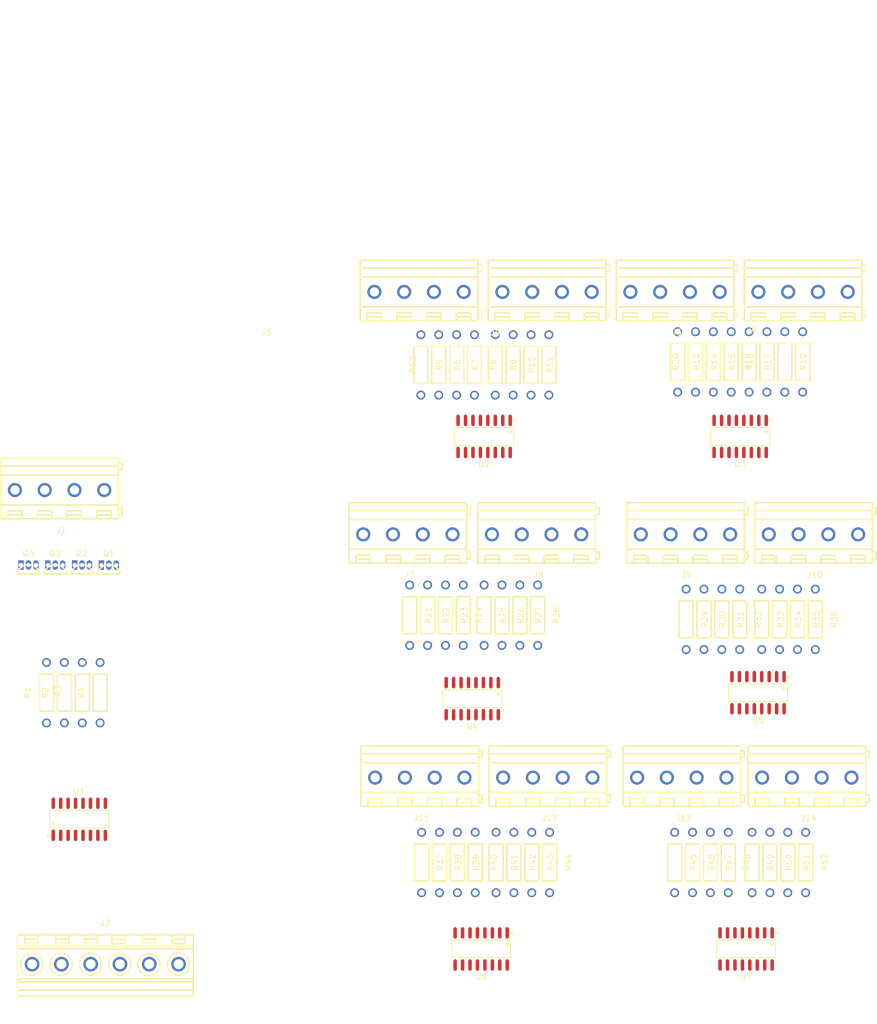
<source format=kicad_pcb>
(kicad_pcb (version 20211014) (generator pcbnew)
  (layers (0 "F.Cu" jumper) (31 "B.Cu" signal) (34 "B.Paste" user) (35 "F.Paste" user) (36 "B.SilkS" user "B.Silkscreen") (37 "F.SilkS" user "F.Silkscreen") (38 "B.Mask" user) (39 "F.Mask" user) (44 "Edge.Cuts" user))
  (net 0 "")
  (net 1 "Net-(J1-Pad1)")
  (net 2 "Net-(J1-Pad2)")
  (net 3 "Net-(J1-Pad3)")
  (net 4 "Net-(J1-Pad4)")
  (net 5 "GND")
  (net 6 "Net-(J2-Pad2)")
  (net 7 "Net-(J2-Pad3)")
  (net 8 "Net-(J2-Pad4)")
  (net 9 "Net-(J2-Pad5)")
  (net 10 "Net-(J3-Pad1)")
  (net 11 "Net-(J3-Pad2)")
  (net 12 "Net-(J3-Pad3)")
  (net 13 "Net-(J3-Pad4)")
  (net 14 "Net-(J4-Pad1)")
  (net 15 "Net-(J4-Pad2)")
  (net 16 "Net-(J4-Pad3)")
  (net 17 "Net-(J4-Pad4)")
  (net 18 "Net-(J5-Pad1)")
  (net 19 "Net-(J5-Pad2)")
  (net 20 "Net-(J5-Pad3)")
  (net 21 "Net-(J5-Pad4)")
  (net 22 "Net-(J6-Pad1)")
  (net 23 "Net-(J6-Pad2)")
  (net 24 "Net-(J6-Pad3)")
  (net 25 "Net-(J6-Pad4)")
  (net 26 "Net-(J7-Pad1)")
  (net 27 "Net-(J7-Pad2)")
  (net 28 "Net-(J7-Pad3)")
  (net 29 "Net-(J7-Pad4)")
  (net 30 "Net-(J8-Pad1)")
  (net 31 "Net-(J8-Pad2)")
  (net 32 "Net-(J8-Pad3)")
  (net 33 "Net-(J8-Pad4)")
  (net 34 "Net-(J9-Pad1)")
  (net 35 "Net-(J9-Pad2)")
  (net 36 "Net-(J9-Pad3)")
  (net 37 "Net-(J9-Pad4)")
  (net 38 "Net-(J10-Pad1)")
  (net 39 "Net-(J10-Pad2)")
  (net 40 "Net-(J10-Pad3)")
  (net 41 "Net-(J10-Pad4)")
  (net 42 "Net-(J11-Pad1)")
  (net 43 "Net-(J11-Pad2)")
  (net 44 "Net-(J11-Pad3)")
  (net 45 "Net-(J11-Pad4)")
  (net 46 "Net-(J12-Pad1)")
  (net 47 "Net-(J12-Pad2)")
  (net 48 "Net-(J12-Pad3)")
  (net 49 "Net-(J12-Pad4)")
  (net 50 "Net-(J13-Pad1)")
  (net 51 "Net-(J13-Pad2)")
  (net 52 "Net-(J13-Pad3)")
  (net 53 "Net-(J13-Pad4)")
  (net 54 "Net-(J14-Pad1)")
  (net 55 "Net-(J14-Pad2)")
  (net 56 "Net-(J14-Pad3)")
  (net 57 "Net-(J14-Pad4)")
  (net 58 "Net-(J2-Pad6)")
  (net 59 "Net-(Q1-Pad2)")
  (net 60 "Net-(Q2-Pad2)")
  (net 61 "Net-(Q3-Pad2)")
  (net 62 "Net-(R1-Pad1)")
  (net 63 "Net-(R2-Pad1)")
  (net 64 "Net-(R3-Pad1)")
  (net 65 "Net-(R4-Pad1)")
  (net 66 "Net-(R6-Pad2)")
  (net 67 "Net-(R7-Pad2)")
  (net 68 "Net-(R8-Pad2)")
  (net 69 "Net-(R9-Pad2)")
  (net 70 "Net-(R10-Pad2)")
  (net 71 "Net-(R11-Pad2)")
  (net 72 "Net-(R12-Pad2)")
  (net 73 "Net-(R13-Pad2)")
  (net 74 "Net-(R14-Pad2)")
  (net 75 "Net-(R15-Pad2)")
  (net 76 "Net-(R16-Pad2)")
  (net 77 "Net-(R17-Pad2)")
  (net 78 "Net-(R18-Pad2)")
  (net 79 "Net-(R19-Pad2)")
  (net 80 "Net-(R20-Pad2)")
  (net 81 "Net-(R21-Pad2)")
  (net 82 "Net-(R22-Pad2)")
  (net 83 "Net-(R23-Pad2)")
  (net 84 "Net-(R24-Pad2)")
  (net 85 "Net-(R25-Pad2)")
  (net 86 "Net-(R26-Pad2)")
  (net 87 "Net-(R27-Pad2)")
  (net 88 "Net-(R28-Pad2)")
  (net 89 "Net-(R29-Pad2)")
  (net 90 "Net-(R30-Pad2)")
  (net 91 "Net-(R31-Pad2)")
  (net 92 "Net-(R32-Pad2)")
  (net 93 "Net-(R33-Pad2)")
  (net 94 "Net-(R34-Pad2)")
  (net 95 "Net-(R35-Pad2)")
  (net 96 "Net-(R36-Pad2)")
  (net 97 "Net-(R37-Pad2)")
  (net 98 "Net-(R38-Pad2)")
  (net 99 "Net-(R39-Pad2)")
  (net 100 "Net-(R40-Pad2)")
  (net 101 "Net-(R41-Pad2)")
  (net 102 "Net-(R42-Pad2)")
  (net 103 "Net-(R43-Pad2)")
  (net 104 "Net-(R44-Pad2)")
  (net 105 "Net-(R45-Pad2)")
  (net 106 "Net-(R46-Pad2)")
  (net 107 "Net-(R47-Pad2)")
  (net 108 "Net-(R48-Pad2)")
  (net 109 "Net-(R49-Pad2)")
  (net 110 "Net-(R50-Pad2)")
  (net 111 "Net-(R51-Pad2)")
  (net 112 "Net-(R52-Pad2)")
  (net 113 "Net-(R5-Pad2)")
  (net 118 "Net-(U1-Pad9)")
  (net 119 "Net-(U2-Pad9)")
  (net 120 "Net-(U3-Pad9)")
  (net 121 "Net-(U4-Pad9)")
  (net 122 "Net-(U5-Pad9)")
  (net 123 "Net-(U6-Pad9)")
  (net 125 "Net-(Q4-Pad2)")
  (footprint "330R:RES-TH_BD2.4-L6.3-P10.30-D0.6" (layer "F.Cu") (at 135.609796 128.313185 -90)
    (fp_text reference "R31" (at 0 -3.2 90) (layer "F.SilkS"))
    (fp_text value "330")
    (pad "1" thru_hole circle locked (at -5.150114 0 270) (size 1.524003 1.524003) (drill 1) (layers *.Cu *.Mask) (net 35 "Net-(J9-Pad2)"))
    (pad "2" thru_hole circle locked (at 5.150114 0 270) (size 1.524003 1.524003) (drill 1) (layers *.Cu *.Mask) (net 91 "Net-(R31-Pad2)"))
  )
  (footprint "330R:RES-TH_BD2.4-L6.3-P10.30-D0.6" (layer "F.Cu") (at 133.6548 169.7736 -90)
    (fp_text reference "R47" (at 0 -3.2 90) (layer "F.SilkS"))
    (fp_text value "330")
    (pad "1" thru_hole circle locked (at -5.150114 0 270) (size 1.524003 1.524003) (drill 1) (layers *.Cu *.Mask) (net 51 "Net-(J13-Pad2)"))
    (pad "2" thru_hole circle locked (at 5.150114 0 270) (size 1.524003 1.524003) (drill 1) (layers *.Cu *.Mask) (net 107 "Net-(R47-Pad2)"))
  )
  (footprint "330R:RES-TH_BD2.4-L6.3-P10.30-D0.6" (layer "F.Cu") (at 87.299794 84.9376 -90)
    (fp_text reference "R6" (at 0 -3.2 90) (layer "F.SilkS"))
    (fp_text value "330")
    (pad "1" thru_hole circle locked (at -5.150114 0 270) (size 1.524003 1.524003) (drill 1) (layers *.Cu *.Mask) (net 12 "Net-(J3-Pad3)"))
    (pad "2" thru_hole circle locked (at 5.150114 0 270) (size 1.524003 1.524003) (drill 1) (layers *.Cu *.Mask) (net 66 "Net-(R6-Pad2)"))
  )
  (footprint "330R:RES-TH_BD2.4-L6.3-P10.30-D0.6" (layer "F.Cu") (at 131.1148 84.4296 -90)
    (fp_text reference "R14" (at 0 -3.2 90) (layer "F.SilkS"))
    (fp_text value "330")
    (pad "1" thru_hole circle locked (at -5.150114 0 270) (size 1.524003 1.524003) (drill 1) (layers *.Cu *.Mask) (net 20 "Net-(J5-Pad3)"))
    (pad "2" thru_hole circle locked (at 5.150114 0 270) (size 1.524003 1.524003) (drill 1) (layers *.Cu *.Mask) (net 74 "Net-(R14-Pad2)"))
  )
  (footprint "330R:RES-TH_BD2.4-L6.3-P10.30-D0.6" (layer "F.Cu") (at 146.3548 84.4296 -90)
    (fp_text reference "R19" (at 0 -3.2 90) (layer "F.SilkS"))
    (fp_text value "330")
    (pad "1" thru_hole circle locked (at -5.150114 0 270) (size 1.524003 1.524003) (drill 1) (layers *.Cu *.Mask) (net 23 "Net-(J6-Pad2)"))
    (pad "2" thru_hole circle locked (at 5.150114 0 270) (size 1.524003 1.524003) (drill 1) (layers *.Cu *.Mask) (net 79 "Net-(R19-Pad2)"))
  )
  (footprint "330R:RES-TH_BD2.4-L6.3-P10.30-D0.6" (layer "F.Cu") (at 149.4028 84.4296 -90)
    (fp_text reference "R20" (at 0 21.692 90) (layer "F.SilkS"))
    (fp_text value "330")
    (pad "1" thru_hole circle locked (at -5.150114 0 270) (size 1.524003 1.524003) (drill 1) (layers *.Cu *.Mask) (net 22 "Net-(J6-Pad1)"))
    (pad "2" thru_hole circle locked (at 5.150114 0 270) (size 1.524003 1.524003) (drill 1) (layers *.Cu *.Mask) (net 80 "Net-(R20-Pad2)"))
  )
  (footprint "1kR:RES-TH_BD2.4-L6.3-P10.30-D0.6" (layer "F.Cu") (at 29.5148 140.8176 90)
    (fp_text reference "R4" (at 0 -3.2 90) (layer "F.SilkS"))
    (fp_text value "1000")
    (pad "1" thru_hole circle locked (at -5.150114 0 90) (size 1.524003 1.524003) (drill 1) (layers *.Cu *.Mask) (net 65 "Net-(R4-Pad1)"))
    (pad "2" thru_hole circle locked (at 5.150114 0 90) (size 1.524003 1.524003) (drill 1) (layers *.Cu *.Mask) (net 59 "Net-(Q1-Pad2)"))
  )
  (footprint "74HC595:SOIC-16_L9.9-W3.9-P1.27-LS6.0-BL" (layer "F.Cu") (at 95.0468 97.1296 180)
    (fp_text reference "U2" (at 0 -4.735585) (layer "F.SilkS"))
    (fp_text value "74HC595D,118")
    (pad "1" smd oval locked (at -4.445009 2.735585 180) (size 0.602007 1.970993) (layers "F.Cu" "F.Paste" "F.Mask") (net 71 "Net-(R11-Pad2)"))
    (pad "2" smd oval locked (at -3.175006 2.735585 180) (size 0.602007 1.970993) (layers "F.Cu" "F.Paste" "F.Mask") (net 70 "Net-(R10-Pad2)"))
    (pad "3" smd oval locked (at -1.905004 2.735585 180) (size 0.602007 1.970993) (layers "F.Cu" "F.Paste" "F.Mask") (net 69 "Net-(R9-Pad2)"))
    (pad "4" smd oval locked (at -0.635001 2.735585 180) (size 0.602007 1.970993) (layers "F.Cu" "F.Paste" "F.Mask") (net 68 "Net-(R8-Pad2)"))
    (pad "5" smd oval locked (at 0.635001 2.735585 180) (size 0.602007 1.970993) (layers "F.Cu" "F.Paste" "F.Mask") (net 67 "Net-(R7-Pad2)"))
    (pad "6" smd oval locked (at 1.905004 2.735585 180) (size 0.602007 1.970993) (layers "F.Cu" "F.Paste" "F.Mask") (net 66 "Net-(R6-Pad2)"))
    (pad "7" smd oval locked (at 3.175006 2.735585 180) (size 0.602007 1.970993) (layers "F.Cu" "F.Paste" "F.Mask") (net 113 "Net-(R5-Pad2)"))
    (pad "8" smd oval locked (at 4.445009 2.735585 180) (size 0.602007 1.970993) (layers "F.Cu" "F.Paste" "F.Mask") (net 5 "GND"))
    (pad "9" smd oval locked (at 4.445009 -2.735585 180) (size 0.602007 1.970993) (layers "F.Cu" "F.Paste" "F.Mask") (net 119 "Net-(U2-Pad9)"))
    (pad "10" smd oval locked (at 3.175006 -2.735585 180) (size 0.602007 1.970993) (layers "F.Cu" "F.Paste" "F.Mask") (net 58 "Net-(J2-Pad6)"))
    (pad "11" smd oval locked (at 1.905004 -2.735585 180) (size 0.602007 1.970993) (layers "F.Cu" "F.Paste" "F.Mask") (net 6 "Net-(J2-Pad2)"))
    (pad "12" smd oval locked (at 0.635001 -2.735585 180) (size 0.602007 1.970993) (layers "F.Cu" "F.Paste" "F.Mask") (net 7 "Net-(J2-Pad3)"))
    (pad "13" smd oval locked (at -0.635001 -2.735585 180) (size 0.602007 1.970993) (layers "F.Cu" "F.Paste" "F.Mask") (net 8 "Net-(J2-Pad4)"))
    (pad "14" smd oval locked (at -1.905004 -2.735585 180) (size 0.602007 1.970993) (layers "F.Cu" "F.Paste" "F.Mask") (net 118 "Net-(U1-Pad9)"))
    (pad "15" smd oval locked (at -3.175006 -2.735585 180) (size 0.602007 1.970993) (layers "F.Cu" "F.Paste" "F.Mask") (net 72 "Net-(R12-Pad2)"))
    (pad "16" smd oval locked (at -4.445009 -2.735585 180) (size 0.602007 1.970993) (layers "F.Cu" "F.Paste" "F.Mask") (net 58 "Net-(J2-Pad6)"))
  )
  (footprint "330R:RES-TH_BD2.4-L6.3-P10.30-D0.6" (layer "F.Cu") (at 88.4428 127.6096 -90)
    (fp_text reference "R23" (at 0 -3.2 90) (layer "F.SilkS"))
    (fp_text value "330")
    (pad "1" thru_hole circle locked (at -5.150114 0 270) (size 1.524003 1.524003) (drill 1) (layers *.Cu *.Mask) (net 27 "Net-(J7-Pad2)"))
    (pad "2" thru_hole circle locked (at 5.150114 0 270) (size 1.524003 1.524003) (drill 1) (layers *.Cu *.Mask) (net 83 "Net-(R23-Pad2)"))
  )
  (footprint "330R:RES-TH_BD2.4-L6.3-P10.30-D0.6" (layer "F.Cu") (at 93.5228 169.7736 -90)
    (fp_text reference "R40" (at 0 -3.2 90) (layer "F.SilkS"))
    (fp_text value "330")
    (pad "1" thru_hole circle locked (at -5.150114 0 270) (size 1.524003 1.524003) (drill 1) (layers *.Cu *.Mask) (net 42 "Net-(J11-Pad1)"))
    (pad "2" thru_hole circle locked (at 5.150114 0 270) (size 1.524003 1.524003) (drill 1) (layers *.Cu *.Mask) (net 100 "Net-(R40-Pad2)"))
  )
  (footprint "330R:RES-TH_BD2.4-L6.3-P10.30-D0.6" (layer "F.Cu") (at 138.657796 128.313185 -90)
    (fp_text reference "R32" (at 0 -3.2 90) (layer "F.SilkS"))
    (fp_text value "330")
    (pad "1" thru_hole circle locked (at -5.150114 0 270) (size 1.524003 1.524003) (drill 1) (layers *.Cu *.Mask) (net 34 "Net-(J9-Pad1)"))
    (pad "2" thru_hole circle locked (at 5.150114 0 270) (size 1.524003 1.524003) (drill 1) (layers *.Cu *.Mask) (net 92 "Net-(R32-Pad2)"))
  )
  (footprint "330R:RES-TH_BD2.4-L6.3-P10.30-D0.6" (layer "F.Cu") (at 85.3948 127.6096 -90)
    (fp_text reference "R22" (at 0 -3.2 90) (layer "F.SilkS"))
    (fp_text value "330")
    (pad "1" thru_hole circle locked (at -5.150114 0 270) (size 1.524003 1.524003) (drill 1) (layers *.Cu *.Mask) (net 28 "Net-(J7-Pad3)"))
    (pad "2" thru_hole circle locked (at 5.150114 0 270) (size 1.524003 1.524003) (drill 1) (layers *.Cu *.Mask) (net 82 "Net-(R22-Pad2)"))
  )
  (footprint "330R:RES-TH_BD2.4-L6.3-P10.30-D0.6" (layer "F.Cu") (at 128.0668 84.4296 -90)
    (fp_text reference "R13" (at 0 -3.2 90) (layer "F.SilkS"))
    (fp_text value "330")
    (pad "1" thru_hole circle locked (at -5.150114 0 270) (size 1.524003 1.524003) (drill 1) (layers *.Cu *.Mask) (net 21 "Net-(J5-Pad4)"))
    (pad "2" thru_hole circle locked (at 5.150114 0 270) (size 1.524003 1.524003) (drill 1) (layers *.Cu *.Mask) (net 73 "Net-(R13-Pad2)"))
  )
  (footprint "74HC595:SOIC-16_L9.9-W3.9-P1.27-LS6.0-BL" (layer "F.Cu") (at 141.7828 140.8176 180)
    (fp_text reference "U5" (at 0 -4.735585) (layer "F.SilkS"))
    (fp_text value "74HC595D,118")
    (pad "1" smd oval locked (at -4.445009 2.735585 180) (size 0.602007 1.970993) (layers "F.Cu" "F.Paste" "F.Mask") (net 95 "Net-(R35-Pad2)"))
    (pad "2" smd oval locked (at -3.175006 2.735585 180) (size 0.602007 1.970993) (layers "F.Cu" "F.Paste" "F.Mask") (net 94 "Net-(R34-Pad2)"))
    (pad "3" smd oval locked (at -1.905004 2.735585 180) (size 0.602007 1.970993) (layers "F.Cu" "F.Paste" "F.Mask") (net 93 "Net-(R33-Pad2)"))
    (pad "4" smd oval locked (at -0.635001 2.735585 180) (size 0.602007 1.970993) (layers "F.Cu" "F.Paste" "F.Mask") (net 92 "Net-(R32-Pad2)"))
    (pad "5" smd oval locked (at 0.635001 2.735585 180) (size 0.602007 1.970993) (layers "F.Cu" "F.Paste" "F.Mask") (net 91 "Net-(R31-Pad2)"))
    (pad "6" smd oval locked (at 1.905004 2.735585 180) (size 0.602007 1.970993) (layers "F.Cu" "F.Paste" "F.Mask") (net 90 "Net-(R30-Pad2)"))
    (pad "7" smd oval locked (at 3.175006 2.735585 180) (size 0.602007 1.970993) (layers "F.Cu" "F.Paste" "F.Mask") (net 89 "Net-(R29-Pad2)"))
    (pad "8" smd oval locked (at 4.445009 2.735585 180) (size 0.602007 1.970993) (layers "F.Cu" "F.Paste" "F.Mask") (net 5 "GND"))
    (pad "9" smd oval locked (at 4.445009 -2.735585 180) (size 0.602007 1.970993) (layers "F.Cu" "F.Paste" "F.Mask") (net 122 "Net-(U5-Pad9)"))
    (pad "10" smd oval locked (at 3.175006 -2.735585 180) (size 0.602007 1.970993) (layers "F.Cu" "F.Paste" "F.Mask") (net 58 "Net-(J2-Pad6)"))
    (pad "11" smd oval locked (at 1.905004 -2.735585 180) (size 0.602007 1.970993) (layers "F.Cu" "F.Paste" "F.Mask") (net 6 "Net-(J2-Pad2)"))
    (pad "12" smd oval locked (at 0.635001 -2.735585 180) (size 0.602007 1.970993) (layers "F.Cu" "F.Paste" "F.Mask") (net 7 "Net-(J2-Pad3)"))
    (pad "13" smd oval locked (at -0.635001 -2.735585 180) (size 0.602007 1.970993) (layers "F.Cu" "F.Paste" "F.Mask") (net 8 "Net-(J2-Pad4)"))
    (pad "14" smd oval locked (at -1.905004 -2.735585 180) (size 0.602007 1.970993) (layers "F.Cu" "F.Paste" "F.Mask") (net 121 "Net-(U4-Pad9)"))
    (pad "15" smd oval locked (at -3.175006 -2.735585 180) (size 0.602007 1.970993) (layers "F.Cu" "F.Paste" "F.Mask") (net 96 "Net-(R36-Pad2)"))
    (pad "16" smd oval locked (at -4.445009 -2.735585 180) (size 0.602007 1.970993) (layers "F.Cu" "F.Paste" "F.Mask") (net 58 "Net-(J2-Pad6)"))
  )
  (footprint "DB128V-5.0-4P-GN-S:CONN-TH_DB128V-5.0-4P" (layer "F.Cu") (at 82.3468 113.581185 180)
    (fp_text reference "J7" (at 0 -7.15) (layer "F.SilkS"))
    (fp_text value "DB128V-5_0-4P")
    (pad "1" thru_hole circle locked (at -7.30602 -0.25 180) (size 2.4 2.4) (drill 1.6) (layers *.Cu *.Mask) (net 26 "Net-(J7-Pad1)"))
    (pad "2" thru_hole circle locked (at -2.22601 -0.25 180) (size 2.4 2.4) (drill 1.6) (layers *.Cu *.Mask) (net 27 "Net-(J7-Pad2)"))
    (pad "3" thru_hole circle locked (at 2.854001 -0.25 180) (size 2.4 2.4) (drill 1.6) (layers *.Cu *.Mask) (net 28 "Net-(J7-Pad3)"))
    (pad "4" thru_hole circle locked (at 7.934011 -0.25 180) (size 2.4 2.4) (drill 1.6) (layers *.Cu *.Mask) (net 29 "Net-(J7-Pad4)"))
  )
  (footprint "330R:RES-TH_BD2.4-L6.3-P10.30-D0.6" (layer "F.Cu") (at 104.1908 127.6096 -90)
    (fp_text reference "R28" (at 0 -3.2 90) (layer "F.SilkS"))
    (fp_text value "330")
    (pad "1" thru_hole circle locked (at -5.150114 0 270) (size 1.524003 1.524003) (drill 1) (layers *.Cu *.Mask) (net 30 "Net-(J8-Pad1)"))
    (pad "2" thru_hole circle locked (at 5.150114 0 270) (size 1.524003 1.524003) (drill 1) (layers *.Cu *.Mask) (net 88 "Net-(R28-Pad2)"))
  )
  (footprint "330R:RES-TH_BD2.4-L6.3-P10.30-D0.6" (layer "F.Cu") (at 99.999794 84.9376 -90)
    (fp_text reference "R10" (at 0 -3.2 90) (layer "F.SilkS"))
    (fp_text value "330")
    (pad "1" thru_hole circle locked (at -5.150114 0 270) (size 1.524003 1.524003) (drill 1) (layers *.Cu *.Mask) (net 16 "Net-(J4-Pad3)"))
    (pad "2" thru_hole circle locked (at 5.150114 0 270) (size 1.524003 1.524003) (drill 1) (layers *.Cu *.Mask) (net 70 "Net-(R10-Pad2)"))
  )
  (footprint "DB128V-5.0-4P-GN-S:CONN-TH_DB128V-5.0-4P" (layer "F.Cu") (at 84.251794 72.2376 180)
    (fp_text reference "J3" (at 26.416 -7.15) (layer "F.SilkS"))
    (fp_text value "DB128V-5_0-4P")
    (pad "1" thru_hole circle locked (at -7.30602 -0.25 180) (size 2.4 2.4) (drill 1.6) (layers *.Cu *.Mask) (net 10 "Net-(J3-Pad1)"))
    (pad "2" thru_hole circle locked (at -2.22601 -0.25 180) (size 2.4 2.4) (drill 1.6) (layers *.Cu *.Mask) (net 11 "Net-(J3-Pad2)"))
    (pad "3" thru_hole circle locked (at 2.854001 -0.25 180) (size 2.4 2.4) (drill 1.6) (layers *.Cu *.Mask) (net 12 "Net-(J3-Pad3)"))
    (pad "4" thru_hole circle locked (at 7.934011 -0.25 180) (size 2.4 2.4) (drill 1.6) (layers *.Cu *.Mask) (net 13 "Net-(J3-Pad4)"))
  )
  (footprint "330R:RES-TH_BD2.4-L6.3-P10.30-D0.6" (layer "F.Cu") (at 98.0948 127.6096 -90)
    (fp_text reference "R26" (at 0 -3.2 90) (layer "F.SilkS"))
    (fp_text value "330")
    (pad "1" thru_hole circle locked (at -5.150114 0 270) (size 1.524003 1.524003) (drill 1) (layers *.Cu *.Mask) (net 32 "Net-(J8-Pad3)"))
    (pad "2" thru_hole circle locked (at 5.150114 0 270) (size 1.524003 1.524003) (drill 1) (layers *.Cu *.Mask) (net 86 "Net-(R26-Pad2)"))
  )
  (footprint "330R:RES-TH_BD2.4-L6.3-P10.30-D0.6" (layer "F.Cu") (at 96.951794 84.9376 -90)
    (fp_text reference "R9" (at 0 -3.2 90) (layer "F.SilkS"))
    (fp_text value "330")
    (pad "1" thru_hole circle locked (at -5.150114 0 270) (size 1.524003 1.524003) (drill 1) (layers *.Cu *.Mask) (net 17 "Net-(J4-Pad4)"))
    (pad "2" thru_hole circle locked (at 5.150114 0 270) (size 1.524003 1.524003) (drill 1) (layers *.Cu *.Mask) (net 69 "Net-(R9-Pad2)"))
  )
  (footprint "DB128V-5.0-4P-GN-S:CONN-TH_DB128V-5.0-4P" (layer "F.Cu") (at 129.0828 155.0416 180)
    (fp_text reference "J13" (at 0 -7.15) (layer "F.SilkS"))
    (fp_text value "DB128V-5_0-4P")
    (pad "1" thru_hole circle locked (at -7.30602 -0.25 180) (size 2.4 2.4) (drill 1.6) (layers *.Cu *.Mask) (net 50 "Net-(J13-Pad1)"))
    (pad "2" thru_hole circle locked (at -2.22601 -0.25 180) (size 2.4 2.4) (drill 1.6) (layers *.Cu *.Mask) (net 51 "Net-(J13-Pad2)"))
    (pad "3" thru_hole circle locked (at 2.854001 -0.25 180) (size 2.4 2.4) (drill 1.6) (layers *.Cu *.Mask) (net 52 "Net-(J13-Pad3)"))
    (pad "4" thru_hole circle locked (at 7.934011 -0.25 180) (size 2.4 2.4) (drill 1.6) (layers *.Cu *.Mask) (net 53 "Net-(J13-Pad4)"))
  )
  (footprint "330R:RES-TH_BD2.4-L6.3-P10.30-D0.6" (layer "F.Cu") (at 134.1628 84.4296 -90)
    (fp_text reference "R15" (at 0 -3.2 90) (layer "F.SilkS"))
    (fp_text value "330")
    (pad "1" thru_hole circle locked (at -5.150114 0 270) (size 1.524003 1.524003) (drill 1) (layers *.Cu *.Mask) (net 19 "Net-(J5-Pad2)"))
    (pad "2" thru_hole circle locked (at 5.150114 0 270) (size 1.524003 1.524003) (drill 1) (layers *.Cu *.Mask) (net 75 "Net-(R15-Pad2)"))
  )
  (footprint "74HC595:SOIC-16_L9.9-W3.9-P1.27-LS6.0-BL" (layer "F.Cu") (at 93.0148 141.8336 180)
    (fp_text reference "U4" (at 0 -4.735585) (layer "F.SilkS"))
    (fp_text value "74HC595D,118")
    (pad "1" smd oval locked (at -4.445009 2.735585 180) (size 0.602007 1.970993) (layers "F.Cu" "F.Paste" "F.Mask") (net 87 "Net-(R27-Pad2)"))
    (pad "2" smd oval locked (at -3.175006 2.735585 180) (size 0.602007 1.970993) (layers "F.Cu" "F.Paste" "F.Mask") (net 86 "Net-(R26-Pad2)"))
    (pad "3" smd oval locked (at -1.905004 2.735585 180) (size 0.602007 1.970993) (layers "F.Cu" "F.Paste" "F.Mask") (net 85 "Net-(R25-Pad2)"))
    (pad "4" smd oval locked (at -0.635001 2.735585 180) (size 0.602007 1.970993) (layers "F.Cu" "F.Paste" "F.Mask") (net 84 "Net-(R24-Pad2)"))
    (pad "5" smd oval locked (at 0.635001 2.735585 180) (size 0.602007 1.970993) (layers "F.Cu" "F.Paste" "F.Mask") (net 83 "Net-(R23-Pad2)"))
    (pad "6" smd oval locked (at 1.905004 2.735585 180) (size 0.602007 1.970993) (layers "F.Cu" "F.Paste" "F.Mask") (net 82 "Net-(R22-Pad2)"))
    (pad "7" smd oval locked (at 3.175006 2.735585 180) (size 0.602007 1.970993) (layers "F.Cu" "F.Paste" "F.Mask") (net 81 "Net-(R21-Pad2)"))
    (pad "8" smd oval locked (at 4.445009 2.735585 180) (size 0.602007 1.970993) (layers "F.Cu" "F.Paste" "F.Mask") (net 5 "GND"))
    (pad "9" smd oval locked (at 4.445009 -2.735585 180) (size 0.602007 1.970993) (layers "F.Cu" "F.Paste" "F.Mask") (net 121 "Net-(U4-Pad9)"))
    (pad "10" smd oval locked (at 3.175006 -2.735585 180) (size 0.602007 1.970993) (layers "F.Cu" "F.Paste" "F.Mask") (net 58 "Net-(J2-Pad6)"))
    (pad "11" smd oval locked (at 1.905004 -2.735585 180) (size 0.602007 1.970993) (layers "F.Cu" "F.Paste" "F.Mask") (net 6 "Net-(J2-Pad2)"))
    (pad "12" smd oval locked (at 0.635001 -2.735585 180) (size 0.602007 1.970993) (layers "F.Cu" "F.Paste" "F.Mask") (net 7 "Net-(J2-Pad3)"))
    (pad "13" smd oval locked (at -0.635001 -2.735585 180) (size 0.602007 1.970993) (layers "F.Cu" "F.Paste" "F.Mask") (net 8 "Net-(J2-Pad4)"))
    (pad "14" smd oval locked (at -1.905004 -2.735585 180) (size 0.602007 1.970993) (layers "F.Cu" "F.Paste" "F.Mask") (net 120 "Net-(U3-Pad9)"))
    (pad "15" smd oval locked (at -3.175006 -2.735585 180) (size 0.602007 1.970993) (layers "F.Cu" "F.Paste" "F.Mask") (net 88 "Net-(R28-Pad2)"))
    (pad "16" smd oval locked (at -4.445009 -2.735585 180) (size 0.602007 1.970993) (layers "F.Cu" "F.Paste" "F.Mask") (net 58 "Net-(J2-Pad6)"))
  )
  (footprint "330R:RES-TH_BD2.4-L6.3-P10.30-D0.6" (layer "F.Cu") (at 137.2108 84.4296 -90)
    (fp_text reference "R16" (at 0 -3.2 90) (layer "F.SilkS"))
    (fp_text value "330")
    (pad "1" thru_hole circle locked (at -5.150114 0 270) (size 1.524003 1.524003) (drill 1) (layers *.Cu *.Mask) (net 18 "Net-(J5-Pad1)"))
    (pad "2" thru_hole circle locked (at 5.150114 0 270) (size 1.524003 1.524003) (drill 1) (layers *.Cu *.Mask) (net 76 "Net-(R16-Pad2)"))
  )
  (footprint "330R:RES-TH_BD2.4-L6.3-P10.30-D0.6" (layer "F.Cu") (at 151.561796 128.313185 -90)
    (fp_text reference "R36" (at 0 -3.2 90) (layer "F.SilkS"))
    (fp_text value "330")
    (pad "1" thru_hole circle locked (at -5.150114 0 270) (size 1.524003 1.524003) (drill 1) (layers *.Cu *.Mask) (net 38 "Net-(J10-Pad1)"))
    (pad "2" thru_hole circle locked (at 5.150114 0 270) (size 1.524003 1.524003) (drill 1) (layers *.Cu *.Mask) (net 96 "Net-(R36-Pad2)"))
  )
  (footprint "330R:RES-TH_BD2.4-L6.3-P10.30-D0.6" (layer "F.Cu") (at 136.7028 169.7736 -90)
    (fp_text reference "R48" (at 0 -3.2 90) (layer "F.SilkS"))
    (fp_text value "330")
    (pad "1" thru_hole circle locked (at -5.150114 0 270) (size 1.524003 1.524003) (drill 1) (layers *.Cu *.Mask) (net 50 "Net-(J13-Pad1)"))
    (pad "2" thru_hole circle locked (at 5.150114 0 270) (size 1.524003 1.524003) (drill 1) (layers *.Cu *.Mask) (net 108 "Net-(R48-Pad2)"))
  )
  (footprint "330R:RES-TH_BD2.4-L6.3-P10.30-D0.6" (layer "F.Cu") (at 140.2588 84.4296 -90)
    (fp_text reference "R17" (at 0 -3.2 90) (layer "F.SilkS"))
    (fp_text value "330")
    (pad "1" thru_hole circle locked (at -5.150114 0 270) (size 1.524003 1.524003) (drill 1) (layers *.Cu *.Mask) (net 25 "Net-(J6-Pad4)"))
    (pad "2" thru_hole circle locked (at 5.150114 0 270) (size 1.524003 1.524003) (drill 1) (layers *.Cu *.Mask) (net 77 "Net-(R17-Pad2)"))
  )
  (footprint "DB128V-5.0-4P-GN-S:CONN-TH_DB128V-5.0-4P" (layer "F.Cu") (at 106.2228 155.0416 180)
    (fp_text reference "J12" (at 0 -7.15) (layer "F.SilkS"))
    (fp_text value "DB128V-5_0-4P")
    (pad "1" thru_hole circle locked (at -7.30602 -0.25 180) (size 2.4 2.4) (drill 1.6) (layers *.Cu *.Mask) (net 46 "Net-(J12-Pad1)"))
    (pad "2" thru_hole circle locked (at -2.22601 -0.25 180) (size 2.4 2.4) (drill 1.6) (layers *.Cu *.Mask) (net 47 "Net-(J12-Pad2)"))
    (pad "3" thru_hole circle locked (at 2.854001 -0.25 180) (size 2.4 2.4) (drill 1.6) (layers *.Cu *.Mask) (net 48 "Net-(J12-Pad3)"))
    (pad "4" thru_hole circle locked (at 7.934011 -0.25 180) (size 2.4 2.4) (drill 1.6) (layers *.Cu *.Mask) (net 49 "Net-(J12-Pad4)"))
  )
  (footprint "2N2222A:TO-92-3_L4.9-W3.7-P1.27-L" (layer "F.Cu") (at 31.002745 119.817465)
    (fp_text reference "Q1" (at 0 -2.749936) (layer "F.SilkS"))
    (fp_text value "2N2222")
    (pad "1" thru_hole rect locked (at -1.270003 -0.749936) (size 0.9 1.6) (drill 0.700025) (layers *.Cu *.Mask) (net 4 "Net-(J1-Pad4)"))
    (pad "2" thru_hole oval locked (at 0 -0.749936) (size 0.9 1.6) (drill 0.700025) (layers *.Cu *.Mask) (net 59 "Net-(Q1-Pad2)"))
    (pad "3" thru_hole oval locked (at 1.270003 -0.749936) (size 0.9 1.6) (drill 0.700025) (layers *.Cu *.Mask) (net 5 "GND"))
  )
  (footprint "DB128V-5.0-4P-GN-S:CONN-TH_DB128V-5.0-4P" (layer "F.Cu") (at 149.783794 72.2376 180)
    (fp_text reference "J6" (at 9.016994 -6.642) (layer "F.SilkS"))
    (fp_text value "DB128V-5_0-4P")
    (pad "1" thru_hole circle locked (at -7.30602 -0.25 180) (size 2.4 2.4) (drill 1.6) (layers *.Cu *.Mask) (net 22 "Net-(J6-Pad1)"))
    (pad "2" thru_hole circle locked (at -2.22601 -0.25 180) (size 2.4 2.4) (drill 1.6) (layers *.Cu *.Mask) (net 23 "Net-(J6-Pad2)"))
    (pad "3" thru_hole circle locked (at 2.854001 -0.25 180) (size 2.4 2.4) (drill 1.6) (layers *.Cu *.Mask) (net 24 "Net-(J6-Pad3)"))
    (pad "4" thru_hole circle locked (at 7.934011 -0.25 180) (size 2.4 2.4) (drill 1.6) (layers *.Cu *.Mask) (net 25 "Net-(J6-Pad4)"))
  )
  (footprint "330R:RES-TH_BD2.4-L6.3-P10.30-D0.6" (layer "F.Cu") (at 100.1268 169.7736 -90)
    (fp_text reference "R42" (at 0 -3.2 90) (layer "F.SilkS"))
    (fp_text value "330")
    (pad "1" thru_hole circle locked (at -5.150114 0 270) (size 1.524003 1.524003) (drill 1) (layers *.Cu *.Mask) (net 48 "Net-(J12-Pad3)"))
    (pad "2" thru_hole circle locked (at 5.150114 0 270) (size 1.524003 1.524003) (drill 1) (layers *.Cu *.Mask) (net 102 "Net-(R42-Pad2)"))
  )
  (footprint "74HC595:SOIC-16_L9.9-W3.9-P1.27-LS6.0-BL" (layer "F.Cu") (at 25.9588 162.4076)
    (fp_text reference "U1" (at 0 -4.735585) (layer "F.SilkS"))
    (fp_text value "74HC595D,118")
    (pad "1" smd oval locked (at -4.445009 2.735585) (size 0.602007 1.970993) (layers "F.Cu" "F.Paste" "F.Mask") (net 62 "Net-(R1-Pad1)"))
    (pad "2" smd oval locked (at -3.175006 2.735585) (size 0.602007 1.970993) (layers "F.Cu" "F.Paste" "F.Mask") (net 63 "Net-(R2-Pad1)"))
    (pad "3" smd oval locked (at -1.905004 2.735585) (size 0.602007 1.970993) (layers "F.Cu" "F.Paste" "F.Mask") (net 64 "Net-(R3-Pad1)"))
    (pad "4" smd oval locked (at -0.635001 2.735585) (size 0.602007 1.970993) (layers "F.Cu" "F.Paste" "F.Mask") (net 65 "Net-(R4-Pad1)"))
    (pad "5" smd oval locked (at 0.635001 2.735585) (size 0.602007 1.970993) (layers "F.Cu" "F.Paste" "F.Mask"))
    (pad "6" smd oval locked (at 1.905004 2.735585) (size 0.602007 1.970993) (layers "F.Cu" "F.Paste" "F.Mask"))
    (pad "7" smd oval locked (at 3.175006 2.735585) (size 0.602007 1.970993) (layers "F.Cu" "F.Paste" "F.Mask"))
    (pad "8" smd oval locked (at 4.445009 2.735585) (size 0.602007 1.970993) (layers "F.Cu" "F.Paste" "F.Mask") (net 5 "GND"))
    (pad "9" smd oval locked (at 4.445009 -2.735585) (size 0.602007 1.970993) (layers "F.Cu" "F.Paste" "F.Mask") (net 118 "Net-(U1-Pad9)"))
    (pad "10" smd oval locked (at 3.175006 -2.735585) (size 0.602007 1.970993) (layers "F.Cu" "F.Paste" "F.Mask") (net 58 "Net-(J2-Pad6)"))
    (pad "11" smd oval locked (at 1.905004 -2.735585) (size 0.602007 1.970993) (layers "F.Cu" "F.Paste" "F.Mask") (net 6 "Net-(J2-Pad2)"))
    (pad "12" smd oval locked (at 0.635001 -2.735585) (size 0.602007 1.970993) (layers "F.Cu" "F.Paste" "F.Mask") (net 7 "Net-(J2-Pad3)"))
    (pad "13" smd oval locked (at -0.635001 -2.735585) (size 0.602007 1.970993) (layers "F.Cu" "F.Paste" "F.Mask") (net 8 "Net-(J2-Pad4)"))
    (pad "14" smd oval locked (at -1.905004 -2.735585) (size 0.602007 1.970993) (layers "F.Cu" "F.Paste" "F.Mask") (net 9 "Net-(J2-Pad5)"))
    (pad "15" smd oval locked (at -3.175006 -2.735585) (size 0.602007 1.970993) (layers "F.Cu" "F.Paste" "F.Mask"))
    (pad "16" smd oval locked (at -4.445009 -2.735585) (size 0.602007 1.970993) (layers "F.Cu" "F.Paste" "F.Mask") (net 58 "Net-(J2-Pad6)"))
  )
  (footprint "330R:RES-TH_BD2.4-L6.3-P10.30-D0.6" (layer "F.Cu") (at 97.0788 169.7736 -90)
    (fp_text reference "R41" (at 0 -3.2 90) (layer "F.SilkS"))
    (fp_text value "330")
    (pad "1" thru_hole circle locked (at -5.150114 0 270) (size 1.524003 1.524003) (drill 1) (layers *.Cu *.Mask) (net 49 "Net-(J12-Pad4)"))
    (pad "2" thru_hole circle locked (at 5.150114 0 270) (size 1.524003 1.524003) (drill 1) (layers *.Cu *.Mask) (net 101 "Net-(R41-Pad2)"))
  )
  (footprint "330R:RES-TH_BD2.4-L6.3-P10.30-D0.6" (layer "F.Cu") (at 103.047794 84.9376 -90)
    (fp_text reference "R11" (at 0 -3.2 90) (layer "F.SilkS"))
    (fp_text value "330")
    (pad "1" thru_hole circle locked (at -5.150114 0 270) (size 1.524003 1.524003) (drill 1) (layers *.Cu *.Mask) (net 15 "Net-(J4-Pad2)"))
    (pad "2" thru_hole circle locked (at 5.150114 0 270) (size 1.524003 1.524003) (drill 1) (layers *.Cu *.Mask) (net 71 "Net-(R11-Pad2)"))
  )
  (footprint "330R:RES-TH_BD2.4-L6.3-P10.30-D0.6" (layer "F.Cu") (at 140.7668 169.7736 -90)
    (fp_text reference "R49" (at 0 -3.2 90) (layer "F.SilkS"))
    (fp_text value "330")
    (pad "1" thru_hole circle locked (at -5.150114 0 270) (size 1.524003 1.524003) (drill 1) (layers *.Cu *.Mask) (net 57 "Net-(J14-Pad4)"))
    (pad "2" thru_hole circle locked (at 5.150114 0 270) (size 1.524003 1.524003) (drill 1) (layers *.Cu *.Mask) (net 109 "Net-(R49-Pad2)"))
  )
  (footprint "330R:RES-TH_BD2.4-L6.3-P10.30-D0.6" (layer "F.Cu") (at 143.8148 169.7736 -90)
    (fp_text reference "R50" (at 0 -3.2 90) (layer "F.SilkS"))
    (fp_text value "330")
    (pad "1" thru_hole circle locked (at -5.150114 0 270) (size 1.524003 1.524003) (drill 1) (layers *.Cu *.Mask) (net 56 "Net-(J14-Pad3)"))
    (pad "2" thru_hole circle locked (at 5.150114 0 270) (size 1.524003 1.524003) (drill 1) (layers *.Cu *.Mask) (net 110 "Net-(R50-Pad2)"))
  )
  (footprint "DB128V-5.0-4P-GN-S:CONN-TH_DB128V-5.0-4P" (layer "F.Cu") (at 127.939794 72.2376 180)
    (fp_text reference "J5" (at 0 -7.15) (layer "F.SilkS"))
    (fp_text value "DB128V-5_0-4P")
    (pad "1" thru_hole circle locked (at -7.30602 -0.25 180) (size 2.4 2.4) (drill 1.6) (layers *.Cu *.Mask) (net 18 "Net-(J5-Pad1)"))
    (pad "2" thru_hole circle locked (at -2.22601 -0.25 180) (size 2.4 2.4) (drill 1.6) (layers *.Cu *.Mask) (net 19 "Net-(J5-Pad2)"))
    (pad "3" thru_hole circle locked (at 2.854001 -0.25 180) (size 2.4 2.4) (drill 1.6) (layers *.Cu *.Mask) (net 20 "Net-(J5-Pad3)"))
    (pad "4" thru_hole circle locked (at 7.934011 -0.25 180) (size 2.4 2.4) (drill 1.6) (layers *.Cu *.Mask) (net 21 "Net-(J5-Pad4)"))
  )
  (footprint "330R:RES-TH_BD2.4-L6.3-P10.30-D0.6" (layer "F.Cu") (at 129.513796 128.313185 -90)
    (fp_text reference "R29" (at 0 -3.2 90) (layer "F.SilkS"))
    (fp_text value "330")
    (pad "1" thru_hole circle locked (at -5.150114 0 270) (size 1.524003 1.524003) (drill 1) (layers *.Cu *.Mask) (net 37 "Net-(J9-Pad4)"))
    (pad "2" thru_hole circle locked (at 5.150114 0 270) (size 1.524003 1.524003) (drill 1) (layers *.Cu *.Mask) (net 89 "Net-(R29-Pad2)"))
  )
  (footprint "330R:RES-TH_BD2.4-L6.3-P10.30-D0.6" (layer "F.Cu") (at 90.347794 84.9376 -90)
    (fp_text reference "R7" (at 0 -3.2 90) (layer "F.SilkS"))
    (fp_text value "330")
    (pad "1" thru_hole circle locked (at -5.150114 0 270) (size 1.524003 1.524003) (drill 1) (layers *.Cu *.Mask) (net 11 "Net-(J3-Pad2)"))
    (pad "2" thru_hole circle locked (at 5.150114 0 270) (size 1.524003 1.524003) (drill 1) (layers *.Cu *.Mask) (net 67 "Net-(R7-Pad2)"))
  )
  (footprint "330R:RES-TH_BD2.4-L6.3-P10.30-D0.6" (layer "F.Cu") (at 130.6068 169.7736 -90)
    (fp_text reference "R46" (at 0 -3.2 90) (layer "F.SilkS"))
    (fp_text value "330")
    (pad "1" thru_hole circle locked (at -5.150114 0 270) (size 1.524003 1.524003) (drill 1) (layers *.Cu *.Mask) (net 52 "Net-(J13-Pad3)"))
    (pad "2" thru_hole circle locked (at 5.150114 0 270) (size 1.524003 1.524003) (drill 1) (layers *.Cu *.Mask) (net 106 "Net-(R46-Pad2)"))
  )
  (footprint "DB128V-5.0-4P-GN-S:CONN-TH_DB128V-5.0-4P" (layer "F.Cu") (at 84.3788 155.0416 180)
    (fp_text reference "J11" (at 0 -7.15) (layer "F.SilkS"))
    (fp_text value "DB128V-5_0-4P")
    (pad "1" thru_hole circle locked (at -7.30602 -0.25 180) (size 2.4 2.4) (drill 1.6) (layers *.Cu *.Mask) (net 42 "Net-(J11-Pad1)"))
    (pad "2" thru_hole circle locked (at -2.22601 -0.25 180) (size 2.4 2.4) (drill 1.6) (layers *.Cu *.Mask) (net 43 "Net-(J11-Pad2)"))
    (pad "3" thru_hole circle locked (at 2.854001 -0.25 180) (size 2.4 2.4) (drill 1.6) (layers *.Cu *.Mask) (net 44 "Net-(J11-Pad3)"))
    (pad "4" thru_hole circle locked (at 7.934011 -0.25 180) (size 2.4 2.4) (drill 1.6) (layers *.Cu *.Mask) (net 45 "Net-(J11-Pad4)"))
  )
  (footprint "DB128V-5.0-4P-GN-S:CONN-TH_DB128V-5.0-4P" (layer "F.Cu") (at 106.095794 72.2376 180)
    (fp_text reference "J4" (at 9.144 -7.15) (layer "F.SilkS"))
    (fp_text value "DB128V-5_0-4P")
    (pad "1" thru_hole circle locked (at -7.30602 -0.25 180) (size 2.4 2.4) (drill 1.6) (layers *.Cu *.Mask) (net 14 "Net-(J4-Pad1)"))
    (pad "2" thru_hole circle locked (at -2.22601 -0.25 180) (size 2.4 2.4) (drill 1.6) (layers *.Cu *.Mask) (net 15 "Net-(J4-Pad2)"))
    (pad "3" thru_hole circle locked (at 2.854001 -0.25 180) (size 2.4 2.4) (drill 1.6) (layers *.Cu *.Mask) (net 16 "Net-(J4-Pad3)"))
    (pad "4" thru_hole circle locked (at 7.934011 -0.25 180) (size 2.4 2.4) (drill 1.6) (layers *.Cu *.Mask) (net 17 "Net-(J4-Pad4)"))
  )
  (footprint "330R:RES-TH_BD2.4-L6.3-P10.30-D0.6" (layer "F.Cu") (at 103.1748 169.7736 -90)
    (fp_text reference "R43" (at 0 -3.2 90) (layer "F.SilkS"))
    (fp_text value "330")
    (pad "1" thru_hole circle locked (at -5.150114 0 270) (size 1.524003 1.524003) (drill 1) (layers *.Cu *.Mask) (net 47 "Net-(J12-Pad2)"))
    (pad "2" thru_hole circle locked (at 5.150114 0 270) (size 1.524003 1.524003) (drill 1) (layers *.Cu *.Mask) (net 103 "Net-(R43-Pad2)"))
  )
  (footprint "330R:RES-TH_BD2.4-L6.3-P10.30-D0.6" (layer "F.Cu") (at 146.8628 169.7736 -90)
    (fp_text reference "R51" (at 0 -3.2 90) (layer "F.SilkS"))
    (fp_text value "330")
    (pad "1" thru_hole circle locked (at -5.150114 0 270) (size 1.524003 1.524003) (drill 1) (layers *.Cu *.Mask) (net 55 "Net-(J14-Pad2)"))
    (pad "2" thru_hole circle locked (at 5.150114 0 270) (size 1.524003 1.524003) (drill 1) (layers *.Cu *.Mask) (net 111 "Net-(R51-Pad2)"))
  )
  (footprint "DB128V-5.0-4P-GN-S:CONN-TH_DB128V-5.0-4P" (layer "F.Cu") (at 150.4188 155.0416 180)
    (fp_text reference "J14" (at 0 -7.15) (layer "F.SilkS"))
    (fp_text value "DB128V-5_0-4P")
    (pad "1" thru_hole circle locked (at -7.30602 -0.25 180) (size 2.4 2.4) (drill 1.6) (layers *.Cu *.Mask) (net 54 "Net-(J14-Pad1)"))
    (pad "2" thru_hole circle locked (at -2.22601 -0.25 180) (size 2.4 2.4) (drill 1.6) (layers *.Cu *.Mask) (net 55 "Net-(J14-Pad2)"))
    (pad "3" thru_hole circle locked (at 2.854001 -0.25 180) (size 2.4 2.4) (drill 1.6) (layers *.Cu *.Mask) (net 56 "Net-(J14-Pad3)"))
    (pad "4" thru_hole circle locked (at 7.934011 -0.25 180) (size 2.4 2.4) (drill 1.6) (layers *.Cu *.Mask) (net 57 "Net-(J14-Pad4)"))
  )
  (footprint "330R:RES-TH_BD2.4-L6.3-P10.30-D0.6" (layer "F.Cu") (at 149.9108 169.7736 -90)
    (fp_text reference "R52" (at 0 -3.2 90) (layer "F.SilkS"))
    (fp_text value "330")
    (pad "1" thru_hole circle locked (at -5.150114 0 270) (size 1.524003 1.524003) (drill 1) (layers *.Cu *.Mask) (net 54 "Net-(J14-Pad1)"))
    (pad "2" thru_hole circle locked (at 5.150114 0 270) (size 1.524003 1.524003) (drill 1) (layers *.Cu *.Mask) (net 112 "Net-(R52-Pad2)"))
  )
  (footprint "2N2222A:TO-92-3_L4.9-W3.7-P1.27-L" (layer "F.Cu") (at 26.430748 119.805401)
    (fp_text reference "Q2" (at 0 -2.749936) (layer "F.SilkS"))
    (fp_text value "2N2222")
    (pad "1" thru_hole rect locked (at -1.270003 -0.749936) (size 0.9 1.6) (drill 0.700025) (layers *.Cu *.Mask) (net 3 "Net-(J1-Pad3)"))
    (pad "2" thru_hole oval locked (at 0 -0.749936) (size 0.9 1.6) (drill 0.700025) (layers *.Cu *.Mask) (net 60 "Net-(Q2-Pad2)"))
    (pad "3" thru_hole oval locked (at 1.270003 -0.749936) (size 0.9 1.6) (drill 0.700025) (layers *.Cu *.Mask) (net 5 "GND"))
  )
  (footprint "DB128V-5.0-4P-GN-S:CONN-TH_DB128V-5.0-4P" (layer "F.Cu") (at 104.317796 113.581185 180)
    (fp_text reference "J8" (at 0 -7.15) (layer "F.SilkS"))
    (fp_text value "DB128V-5_0-4P")
    (pad "1" thru_hole circle locked (at -7.30602 -0.25 180) (size 2.4 2.4) (drill 1.6) (layers *.Cu *.Mask) (net 30 "Net-(J8-Pad1)"))
    (pad "2" thru_hole circle locked (at -2.22601 -0.25 180) (size 2.4 2.4) (drill 1.6) (layers *.Cu *.Mask) (net 31 "Net-(J8-Pad2)"))
    (pad "3" thru_hole circle locked (at 2.854001 -0.25 180) (size 2.4 2.4) (drill 1.6) (layers *.Cu *.Mask) (net 32 "Net-(J8-Pad3)"))
    (pad "4" thru_hole circle locked (at 7.934011 -0.25 180) (size 2.4 2.4) (drill 1.6) (layers *.Cu *.Mask) (net 33 "Net-(J8-Pad4)"))
  )
  (footprint "74HC595:SOIC-16_L9.9-W3.9-P1.27-LS6.0-BL" (layer "F.Cu") (at 139.7508 184.5056 180)
    (fp_text reference "U7" (at 0 -4.735585) (layer "F.SilkS"))
    (fp_text value "74HC595D,118")
    (pad "1" smd oval locked (at -4.445009 2.735585 180) (size 0.602007 1.970993) (layers "F.Cu" "F.Paste" "F.Mask") (net 111 "Net-(R51-Pad2)"))
    (pad "2" smd oval locked (at -3.175006 2.735585 180) (size 0.602007 1.970993) (layers "F.Cu" "F.Paste" "F.Mask") (net 110 "Net-(R50-Pad2)"))
    (pad "3" smd oval locked (at -1.905004 2.735585 180) (size 0.602007 1.970993) (layers "F.Cu" "F.Paste" "F.Mask") (net 109 "Net-(R49-Pad2)"))
    (pad "4" smd oval locked (at -0.635001 2.735585 180) (size 0.602007 1.970993) (layers "F.Cu" "F.Paste" "F.Mask") (net 108 "Net-(R48-Pad2)"))
    (pad "5" smd oval locked (at 0.635001 2.735585 180) (size 0.602007 1.970993) (layers "F.Cu" "F.Paste" "F.Mask") (net 107 "Net-(R47-Pad2)"))
    (pad "6" smd oval locked (at 1.905004 2.735585 180) (size 0.602007 1.970993) (layers "F.Cu" "F.Paste" "F.Mask") (net 106 "Net-(R46-Pad2)"))
    (pad "7" smd oval locked (at 3.175006 2.735585 180) (size 0.602007 1.970993) (layers "F.Cu" "F.Paste" "F.Mask") (net 105 "Net-(R45-Pad2)"))
    (pad "8" smd oval locked (at 4.445009 2.735585 180) (size 0.602007 1.970993) (layers "F.Cu" "F.Paste" "F.Mask") (net 5 "GND"))
    (pad "9" smd oval locked (at 4.445009 -2.735585 180) (size 0.602007 1.970993) (layers "F.Cu" "F.Paste" "F.Mask"))
    (pad "10" smd oval locked (at 3.175006 -2.735585 180) (size 0.602007 1.970993) (layers "F.Cu" "F.Paste" "F.Mask") (net 58 "Net-(J2-Pad6)"))
    (pad "11" smd oval locked (at 1.905004 -2.735585 180) (size 0.602007 1.970993) (layers "F.Cu" "F.Paste" "F.Mask") (net 6 "Net-(J2-Pad2)"))
    (pad "12" smd oval locked (at 0.635001 -2.735585 180) (size 0.602007 1.970993) (layers "F.Cu" "F.Paste" "F.Mask") (net 7 "Net-(J2-Pad3)"))
    (pad "13" smd oval locked (at -0.635001 -2.735585 180) (size 0.602007 1.970993) (layers "F.Cu" "F.Paste" "F.Mask") (net 8 "Net-(J2-Pad4)"))
    (pad "14" smd oval locked (at -1.905004 -2.735585 180) (size 0.602007 1.970993) (layers "F.Cu" "F.Paste" "F.Mask") (net 123 "Net-(U6-Pad9)"))
    (pad "15" smd oval locked (at -3.175006 -2.735585 180) (size 0.602007 1.970993) (layers "F.Cu" "F.Paste" "F.Mask") (net 112 "Net-(R52-Pad2)"))
    (pad "16" smd oval locked (at -4.445009 -2.735585 180) (size 0.602007 1.970993) (layers "F.Cu" "F.Paste" "F.Mask") (net 58 "Net-(J2-Pad6)"))
  )
  (footprint "330R:RES-TH_BD2.4-L6.3-P10.30-D0.6" (layer "F.Cu") (at 132.561796 128.313185 -90)
    (fp_text reference "R30" (at 0 -3.2 90) (layer "F.SilkS"))
    (fp_text value "330")
    (pad "1" thru_hole circle locked (at -5.150114 0 270) (size 1.524003 1.524003) (drill 1) (layers *.Cu *.Mask) (net 36 "Net-(J9-Pad3)"))
    (pad "2" thru_hole circle locked (at 5.150114 0 270) (size 1.524003 1.524003) (drill 1) (layers *.Cu *.Mask) (net 90 "Net-(R30-Pad2)"))
  )
  (footprint "330R:RES-TH_BD2.4-L6.3-P10.30-D0.6" (layer "F.Cu") (at 101.1428 127.6096 -90)
    (fp_text reference "R27" (at 0 -3.2 90) (layer "F.SilkS"))
    (fp_text value "330")
    (pad "1" thru_hole circle locked (at -5.150114 0 270) (size 1.524003 1.524003) (drill 1) (layers *.Cu *.Mask) (net 31 "Net-(J8-Pad2)"))
    (pad "2" thru_hole circle locked (at 5.150114 0 270) (size 1.524003 1.524003) (drill 1) (layers *.Cu *.Mask) (net 87 "Net-(R27-Pad2)"))
  )
  (footprint "330R:RES-TH_BD2.4-L6.3-P10.30-D0.6" (layer "F.Cu") (at 143.3068 84.4296 90)
    (fp_text reference "R18" (at 0 -3.2 90) (layer "F.SilkS"))
    (fp_text value "330")
    (pad "1" thru_hole circle locked (at -5.150114 0 90) (size 1.524003 1.524003) (drill 1) (layers *.Cu *.Mask) (net 24 "Net-(J6-Pad3)"))
    (pad "2" thru_hole circle locked (at 5.150114 0 90) (size 1.524003 1.524003) (drill 1) (layers *.Cu *.Mask) (net 78 "Net-(R18-Pad2)"))
  )
  (footprint "330R:RES-TH_BD2.4-L6.3-P10.30-D0.6" (layer "F.Cu") (at 142.417796 128.313185 -90)
    (fp_text reference "R33" (at 0 -3.2 90) (layer "F.SilkS"))
    (fp_text value "330")
    (pad "1" thru_hole circle locked (at -5.150114 0 270) (size 1.524003 1.524003) (drill 1) (layers *.Cu *.Mask) (net 41 "Net-(J10-Pad4)"))
    (pad "2" thru_hole circle locked (at 5.150114 0 270) (size 1.524003 1.524003) (drill 1) (layers *.Cu *.Mask) (net 93 "Net-(R33-Pad2)"))
  )
  (footprint "330R:RES-TH_BD2.4-L6.3-P10.30-D0.6" (layer "F.Cu") (at 82.3468 127.6096 -90)
    (fp_text reference "R21" (at 0 -3.2 90) (layer "F.SilkS"))
    (fp_text value "330")
    (pad "1" thru_hole circle locked (at -5.150114 0 270) (size 1.524003 1.524003) (drill 1) (layers *.Cu *.Mask) (net 29 "Net-(J7-Pad4)"))
    (pad "2" thru_hole circle locked (at 5.150114 0 270) (size 1.524003 1.524003) (drill 1) (layers *.Cu *.Mask) (net 81 "Net-(R21-Pad2)"))
  )
  (footprint "1kR:RES-TH_BD2.4-L6.3-P10.30-D0.6" (layer "F.Cu") (at 20.3708 140.8176 90)
    (fp_text reference "R1" (at 0 -3.2 90) (layer "F.SilkS"))
    (fp_text value "1000")
    (pad "1" thru_hole circle locked (at -5.150114 0 90) (size 1.524003 1.524003) (drill 1) (layers *.Cu *.Mask) (net 62 "Net-(R1-Pad1)"))
    (pad "2" thru_hole circle locked (at 5.150114 0 90) (size 1.524003 1.524003) (drill 1) (layers *.Cu *.Mask) (net 125 "Net-(Q4-Pad2)"))
  )
  (footprint "DB128V-5.0-4P-GN-S:CONN-TH_DB128V-5.0-4P" (layer "F.Cu") (at 129.717796 113.581185 180)
    (fp_text reference "J9" (at 0.204 -7.15) (layer "F.SilkS"))
    (fp_text value "DB128V-5_0-4P")
    (pad "1" thru_hole circle locked (at -7.30602 -0.25 180) (size 2.4 2.4) (drill 1.6) (layers *.Cu *.Mask) (net 34 "Net-(J9-Pad1)"))
    (pad "2" thru_hole circle locked (at -2.22601 -0.25 180) (size 2.4 2.4) (drill 1.6) (layers *.Cu *.Mask) (net 35 "Net-(J9-Pad2)"))
    (pad "3" thru_hole circle locked (at 2.854001 -0.25 180) (size 2.4 2.4) (drill 1.6) (layers *.Cu *.Mask) (net 36 "Net-(J9-Pad3)"))
    (pad "4" thru_hole circle locked (at 7.934011 -0.25 180) (size 2.4 2.4) (drill 1.6) (layers *.Cu *.Mask) (net 37 "Net-(J9-Pad4)"))
  )
  (footprint "330R:RES-TH_BD2.4-L6.3-P10.30-D0.6" (layer "F.Cu") (at 127.5588 169.7736 -90)
    (fp_text reference "R45" (at 0 -3.2 90) (layer "F.SilkS"))
    (fp_text value "330")
    (pad "1" thru_hole circle locked (at -5.150114 0 270) (size 1.524003 1.524003) (drill 1) (layers *.Cu *.Mask) (net 53 "Net-(J13-Pad4)"))
    (pad "2" thru_hole circle locked (at 5.150114 0 270) (size 1.524003 1.524003) (drill 1) (layers *.Cu *.Mask) (net 105 "Net-(R45-Pad2)"))
  )
  (footprint "330R:RES-TH_BD2.4-L6.3-P10.30-D0.6" (layer "F.Cu") (at 106.095794 84.9376 -90)
    (fp_text reference "R12" (at 0 23.216 90) (layer "F.SilkS"))
    (fp_text value "330")
    (pad "1" thru_hole circle locked (at -5.150114 0 270) (size 1.524003 1.524003) (drill 1) (layers *.Cu *.Mask) (net 14 "Net-(J4-Pad1)"))
    (pad "2" thru_hole circle locked (at 5.150114 0 270) (size 1.524003 1.524003) (drill 1) (layers *.Cu *.Mask) (net 72 "Net-(R12-Pad2)"))
  )
  (footprint "2N2222A:TO-92-3_L4.9-W3.7-P1.27-L" (layer "F.Cu") (at 17.286742 119.805401)
    (fp_text reference "Q4" (at 0 -2.749936) (layer "F.SilkS"))
    (fp_text value "2N2222")
    (pad "1" thru_hole rect locked (at -1.270003 -0.749936) (size 0.9 1.6) (drill 0.700025) (layers *.Cu *.Mask) (net 1 "Net-(J1-Pad1)"))
    (pad "2" thru_hole oval locked (at 0 -0.749936) (size 0.9 1.6) (drill 0.700025) (layers *.Cu *.Mask) (net 125 "Net-(Q4-Pad2)"))
    (pad "3" thru_hole oval locked (at 1.270003 -0.749936) (size 0.9 1.6) (drill 0.700025) (layers *.Cu *.Mask) (net 5 "GND"))
  )
  (footprint "DB128V-5.0-4P-GN-S:CONN-TH_DB128V-5.0-4P" (layer "F.Cu") (at 22.9108 106.0196 180)
    (fp_text reference "J1" (at 0 -7.15) (layer "F.SilkS"))
    (fp_text value "DB128V-5_0-4P")
    (pad "1" thru_hole circle locked (at -7.30602 -0.25 180) (size 2.4 2.4) (drill 1.6) (layers *.Cu *.Mask) (net 1 "Net-(J1-Pad1)"))
    (pad "2" thru_hole circle locked (at -2.22601 -0.25 180) (size 2.4 2.4) (drill 1.6) (layers *.Cu *.Mask) (net 2 "Net-(J1-Pad2)"))
    (pad "3" thru_hole circle locked (at 2.854001 -0.25 180) (size 2.4 2.4) (drill 1.6) (layers *.Cu *.Mask) (net 3 "Net-(J1-Pad3)"))
    (pad "4" thru_hole circle locked (at 7.934011 -0.25 180) (size 2.4 2.4) (drill 1.6) (layers *.Cu *.Mask) (net 4 "Net-(J1-Pad4)"))
  )
  (footprint "1kR:RES-TH_BD2.4-L6.3-P10.30-D0.6" (layer "F.Cu") (at 23.4188 140.8176 90)
    (fp_text reference "R2" (at 0 -3.2 90) (layer "F.SilkS"))
    (fp_text value "1000")
    (pad "1" thru_hole circle locked (at -5.150114 0 90) (size 1.524003 1.524003) (drill 1) (layers *.Cu *.Mask) (net 63 "Net-(R2-Pad1)"))
    (pad "2" thru_hole circle locked (at 5.150114 0 90) (size 1.524003 1.524003) (drill 1) (layers *.Cu *.Mask) (net 61 "Net-(Q3-Pad2)"))
  )
  (footprint "330R:RES-TH_BD2.4-L6.3-P10.30-D0.6" (layer "F.Cu") (at 84.3788 169.7736 -90)
    (fp_text reference "R37" (at 0 -3.2 90) (layer "F.SilkS"))
    (fp_text value "330")
    (pad "1" thru_hole circle locked (at -5.150114 0 270) (size 1.524003 1.524003) (drill 1) (layers *.Cu *.Mask) (net 45 "Net-(J11-Pad4)"))
    (pad "2" thru_hole circle locked (at 5.150114 0 270) (size 1.524003 1.524003) (drill 1) (layers *.Cu *.Mask) (net 97 "Net-(R37-Pad2)"))
  )
  (footprint "330R:RES-TH_BD2.4-L6.3-P10.30-D0.6" (layer "F.Cu") (at 84.251794 84.9376 -90)
    (fp_text reference "R5" (at 0 -3.2 90) (layer "F.SilkS"))
    (fp_text value "330")
    (pad "1" thru_hole circle locked (at -5.150114 0 270) (size 1.524003 1.524003) (drill 1) (layers *.Cu *.Mask) (net 13 "Net-(J3-Pad4)"))
    (pad "2" thru_hole circle locked (at 5.150114 0 270) (size 1.524003 1.524003) (drill 1) (layers *.Cu *.Mask) (net 113 "Net-(R5-Pad2)"))
  )
  (footprint "DB128V-5.0-4P-GN-S:CONN-TH_DB128V-5.0-4P" (layer "F.Cu") (at 151.561796 113.581185 180)
    (fp_text reference "J10" (at 0 -7.15) (layer "F.SilkS"))
    (fp_text value "DB128V-5_0-4P")
    (pad "1" thru_hole circle locked (at -7.30602 -0.25 180) (size 2.4 2.4) (drill 1.6) (layers *.Cu *.Mask) (net 38 "Net-(J10-Pad1)"))
    (pad "2" thru_hole circle locked (at -2.22601 -0.25 180) (size 2.4 2.4) (drill 1.6) (layers *.Cu *.Mask) (net 39 "Net-(J10-Pad2)"))
    (pad "3" thru_hole circle locked (at 2.854001 -0.25 180) (size 2.4 2.4) (drill 1.6) (layers *.Cu *.Mask) (net 40 "Net-(J10-Pad3)"))
    (pad "4" thru_hole circle locked (at 7.934011 -0.25 180) (size 2.4 2.4) (drill 1.6) (layers *.Cu *.Mask) (net 41 "Net-(J10-Pad4)"))
  )
  (footprint "330R:RES-TH_BD2.4-L6.3-P10.30-D0.6" (layer "F.Cu") (at 90.4748 169.7736 -90)
    (fp_text reference "R39" (at 0 -3.2 90) (layer "F.SilkS"))
    (fp_text value "330")
    (pad "1" thru_hole circle locked (at -5.150114 0 270) (size 1.524003 1.524003) (drill 1) (layers *.Cu *.Mask) (net 43 "Net-(J11-Pad2)"))
    (pad "2" thru_hole circle locked (at 5.150114 0 270) (size 1.524003 1.524003) (drill 1) (layers *.Cu *.Mask) (net 99 "Net-(R39-Pad2)"))
  )
  (footprint "1kR:RES-TH_BD2.4-L6.3-P10.30-D0.6" (layer "F.Cu") (at 26.4668 140.8176 90)
    (fp_text reference "R3" (at 0.381 -4.121 90) (layer "F.SilkS"))
    (fp_text value "1000")
    (pad "1" thru_hole circle locked (at -5.150114 0 90) (size 1.524003 1.524003) (drill 1) (layers *.Cu *.Mask) (net 64 "Net-(R3-Pad1)"))
    (pad "2" thru_hole circle locked (at 5.150114 0 90) (size 1.524003 1.524003) (drill 1) (layers *.Cu *.Mask) (net 60 "Net-(Q2-Pad2)"))
  )
  (footprint "74HC595:SOIC-16_L9.9-W3.9-P1.27-LS6.0-BL" (layer "F.Cu") (at 94.5388 184.5056 180)
    (fp_text reference "U6" (at 0 -4.735585) (layer "F.SilkS"))
    (fp_text value "74HC595D,118")
    (pad "1" smd oval locked (at -4.445009 2.735585 180) (size 0.602007 1.970993) (layers "F.Cu" "F.Paste" "F.Mask") (net 103 "Net-(R43-Pad2)"))
    (pad "2" smd oval locked (at -3.175006 2.735585 180) (size 0.602007 1.970993) (layers "F.Cu" "F.Paste" "F.Mask") (net 102 "Net-(R42-Pad2)"))
    (pad "3" smd oval locked (at -1.905004 2.735585 180) (size 0.602007 1.970993) (layers "F.Cu" "F.Paste" "F.Mask") (net 101 "Net-(R41-Pad2)"))
    (pad "4" smd oval locked (at -0.635001 2.735585 180) (size 0.602007 1.970993) (layers "F.Cu" "F.Paste" "F.Mask") (net 100 "Net-(R40-Pad2)"))
    (pad "5" smd oval locked (at 0.635001 2.735585 180) (size 0.602007 1.970993) (layers "F.Cu" "F.Paste" "F.Mask") (net 99 "Net-(R39-Pad2)"))
    (pad "6" smd oval locked (at 1.905004 2.735585 180) (size 0.602007 1.970993) (layers "F.Cu" "F.Paste" "F.Mask") (net 98 "Net-(R38-Pad2)"))
    (pad "7" smd oval locked (at 3.175006 2.735585 180) (size 0.602007 1.970993) (layers "F.Cu" "F.Paste" "F.Mask") (net 97 "Net-(R37-Pad2)"))
    (pad "8" smd oval locked (at 4.445009 2.735585 180) (size 0.602007 1.970993) (layers "F.Cu" "F.Paste" "F.Mask") (net 5 "GND"))
    (pad "9" smd oval locked (at 4.445009 -2.735585 180) (size 0.602007 1.970993) (layers "F.Cu" "F.Paste" "F.Mask") (net 123 "Net-(U6-Pad9)"))
    (pad "10" smd oval locked (at 3.175006 -2.735585 180) (size 0.602007 1.970993) (layers "F.Cu" "F.Paste" "F.Mask") (net 58 "Net-(J2-Pad6)"))
    (pad "11" smd oval locked (at 1.905004 -2.735585 180) (size 0.602007 1.970993) (layers "F.Cu" "F.Paste" "F.Mask") (net 6 "Net-(J2-Pad2)"))
    (pad "12" smd oval locked (at 0.635001 -2.735585 180) (size 0.602007 1.970993) (layers "F.Cu" "F.Paste" "F.Mask") (net 7 "Net-(J2-Pad3)"))
    (pad "13" smd oval locked (at -0.635001 -2.735585 180) (size 0.602007 1.970993) (layers "F.Cu" "F.Paste" "F.Mask") (net 8 "Net-(J2-Pad4)"))
    (pad "14" smd oval locked (at -1.905004 -2.735585 180) (size 0.602007 1.970993) (layers "F.Cu" "F.Paste" "F.Mask") (net 122 "Net-(U5-Pad9)"))
    (pad "15" smd oval locked (at -3.175006 -2.735585 180) (size 0.602007 1.970993) (layers "F.Cu" "F.Paste" "F.Mask") (net 104 "Net-(R44-Pad2)"))
    (pad "16" smd oval locked (at -4.445009 -2.735585 180) (size 0.602007 1.970993) (layers "F.Cu" "F.Paste" "F.Mask") (net 58 "Net-(J2-Pad6)"))
  )
  (footprint "74HC595:SOIC-16_L9.9-W3.9-P1.27-LS6.0-BL" (layer "F.Cu") (at 138.7348 97.1296 180)
    (fp_text reference "U3" (at 0 -4.735585) (layer "F.SilkS"))
    (fp_text value "74HC595D,118")
    (pad "1" smd oval locked (at -4.445009 2.735585 180) (size 0.602007 1.970993) (layers "F.Cu" "F.Paste" "F.Mask") (net 79 "Net-(R19-Pad2)"))
    (pad "2" smd oval locked (at -3.175006 2.735585 180) (size 0.602007 1.970993) (layers "F.Cu" "F.Paste" "F.Mask") (net 78 "Net-(R18-Pad2)"))
    (pad "3" smd oval locked (at -1.905004 2.735585 180) (size 0.602007 1.970993) (layers "F.Cu" "F.Paste" "F.Mask") (net 77 "Net-(R17-Pad2)"))
    (pad "4" smd oval locked (at -0.635001 2.735585 180) (size 0.602007 1.970993) (layers "F.Cu" "F.Paste" "F.Mask") (net 76 "Net-(R16-Pad2)"))
    (pad "5" smd oval locked (at 0.635001 2.735585 180) (size 0.602007 1.970993) (layers "F.Cu" "F.Paste" "F.Mask") (net 75 "Net-(R15-Pad2)"))
    (pad "6" smd oval locked (at 1.905004 2.735585 180) (size 0.602007 1.970993) (layers "F.Cu" "F.Paste" "F.Mask") (net 74 "Net-(R14-Pad2)"))
    (pad "7" smd oval locked (at 3.175006 2.735585 180) (size 0.602007 1.970993) (layers "F.Cu" "F.Paste" "F.Mask") (net 73 "Net-(R13-Pad2)"))
    (pad "8" smd oval locked (at 4.445009 2.735585 180) (size 0.602007 1.970993) (layers "F.Cu" "F.Paste" "F.Mask") (net 5 "GND"))
    (pad "9" smd oval locked (at 4.445009 -2.735585 180) (size 0.602007 1.970993) (layers "F.Cu" "F.Paste" "F.Mask") (net 120 "Net-(U3-Pad9)"))
    (pad "10" smd oval locked (at 3.175006 -2.735585 180) (size 0.602007 1.970993) (layers "F.Cu" "F.Paste" "F.Mask") (net 58 "Net-(J2-Pad6)"))
    (pad "11" smd oval locked (at 1.905004 -2.735585 180) (size 0.602007 1.970993) (layers "F.Cu" "F.Paste" "F.Mask") (net 6 "Net-(J2-Pad2)"))
    (pad "12" smd oval locked (at 0.635001 -2.735585 180) (size 0.602007 1.970993) (layers "F.Cu" "F.Paste" "F.Mask") (net 7 "Net-(J2-Pad3)"))
    (pad "13" smd oval locked (at -0.635001 -2.735585 180) (size 0.602007 1.970993) (layers "F.Cu" "F.Paste" "F.Mask") (net 8 "Net-(J2-Pad4)"))
    (pad "14" smd oval locked (at -1.905004 -2.735585 180) (size 0.602007 1.970993) (layers "F.Cu" "F.Paste" "F.Mask") (net 119 "Net-(U2-Pad9)"))
    (pad "15" smd oval locked (at -3.175006 -2.735585 180) (size 0.602007 1.970993) (layers "F.Cu" "F.Paste" "F.Mask") (net 80 "Net-(R20-Pad2)"))
    (pad "16" smd oval locked (at -4.445009 -2.735585 180) (size 0.602007 1.970993) (layers "F.Cu" "F.Paste" "F.Mask") (net 58 "Net-(J2-Pad6)"))
  )
  (footprint "2N2222A:TO-92-3_L4.9-W3.7-P1.27-L" (layer "F.Cu") (at 21.858745 119.817465)
    (fp_text reference "Q3" (at 0 -2.749936) (layer "F.SilkS"))
    (fp_text value "2N2222")
    (pad "1" thru_hole rect locked (at -1.270003 -0.749936) (size 0.9 1.6) (drill 0.700025) (layers *.Cu *.Mask) (net 2 "Net-(J1-Pad2)"))
    (pad "2" thru_hole oval locked (at 0 -0.749936) (size 0.9 1.6) (drill 0.700025) (layers *.Cu *.Mask) (net 61 "Net-(Q3-Pad2)"))
    (pad "3" thru_hole oval locked (at 1.270003 -0.749936) (size 0.9 1.6) (drill 0.700025) (layers *.Cu *.Mask) (net 5 "GND"))
  )
  (footprint "330R:RES-TH_BD2.4-L6.3-P10.30-D0.6" (layer "F.Cu") (at 95.0468 127.6096 -90)
    (fp_text reference "R25" (at 0 -3.2 90) (layer "F.SilkS"))
    (fp_text value "330")
    (pad "1" thru_hole circle locked (at -5.150114 0 270) (size 1.524003 1.524003) (drill 1) (layers *.Cu *.Mask) (net 33 "Net-(J8-Pad4)"))
    (pad "2" thru_hole circle locked (at 5.150114 0 270) (size 1.524003 1.524003) (drill 1) (layers *.Cu *.Mask) (net 85 "Net-(R25-Pad2)"))
  )
  (footprint "330R:RES-TH_BD2.4-L6.3-P10.30-D0.6" (layer "F.Cu") (at 148.513796 128.313185 -90)
    (fp_text reference "R35" (at 0 -3.2 90) (layer "F.SilkS"))
    (fp_text value "330")
    (pad "1" thru_hole circle locked (at -5.150114 0 270) (size 1.524003 1.524003) (drill 1) (layers *.Cu *.Mask) (net 39 "Net-(J10-Pad2)"))
    (pad "2" thru_hole circle locked (at 5.150114 0 270) (size 1.524003 1.524003) (drill 1) (layers *.Cu *.Mask) (net 95 "Net-(R35-Pad2)"))
  )
  (footprint "DB128V-5.0-6P-GN-S:CONN-TH_6P-P5.00_DB128V" (layer "F.Cu") (at 30.4038 187.2996)
    (fp_text reference "J2" (at 0 -7.200013) (layer "F.SilkS"))
    (fp_text value "DB128V-5_0-6P")
    (pad "1" thru_hole circle locked (at -12.500013 -0.199987) (size 2.5 2.5) (drill 1.700025) (layers *.Cu *.Mask) (net 5 "GND"))
    (pad "2" thru_hole circle locked (at -7.500013 -0.199987) (size 2.5 2.5) (drill 1.700025) (layers *.Cu *.Mask) (net 6 "Net-(J2-Pad2)"))
    (pad "3" thru_hole circle locked (at -2.499987 -0.199987) (size 2.5 2.5) (drill 1.700025) (layers *.Cu *.Mask) (net 7 "Net-(J2-Pad3)"))
    (pad "4" thru_hole circle locked (at 2.500013 -0.199987) (size 2.5 2.5) (drill 1.700025) (layers *.Cu *.Mask) (net 8 "Net-(J2-Pad4)"))
    (pad "5" thru_hole circle locked (at 7.500038 -0.199987) (size 2.5 2.5) (drill 1.700025) (layers *.Cu *.Mask) (net 9 "Net-(J2-Pad5)"))
    (pad "6" thru_hole circle locked (at 12.500038 -0.199987) (size 2.5 2.5) (drill 1.700025) (layers *.Cu *.Mask) (net 58 "Net-(J2-Pad6)"))
  )
  (footprint "330R:RES-TH_BD2.4-L6.3-P10.30-D0.6" (layer "F.Cu") (at 106.2228 169.7736 -90)
    (fp_text reference "R44" (at 0 -3.2 90) (layer "F.SilkS"))
    (fp_text value "330")
    (pad "1" thru_hole circle locked (at -5.150114 0 270) (size 1.524003 1.524003) (drill 1) (layers *.Cu *.Mask) (net 46 "Net-(J12-Pad1)"))
    (pad "2" thru_hole circle locked (at 5.150114 0 270) (size 1.524003 1.524003) (drill 1) (layers *.Cu *.Mask) (net 104 "Net-(R44-Pad2)"))
  )
  (footprint "330R:RES-TH_BD2.4-L6.3-P10.30-D0.6" (layer "F.Cu") (at 93.395794 84.9376 -90)
    (fp_text reference "R8" (at 0 -3.2 90) (layer "F.SilkS"))
    (fp_text value "330")
    (pad "1" thru_hole circle locked (at -5.150114 0 270) (size 1.524003 1.524003) (drill 1) (layers *.Cu *.Mask) (net 10 "Net-(J3-Pad1)"))
    (pad "2" thru_hole circle locked (at 5.150114 0 270) (size 1.524003 1.524003) (drill 1) (layers *.Cu *.Mask) (net 68 "Net-(R8-Pad2)"))
  )
  (footprint "330R:RES-TH_BD2.4-L6.3-P10.30-D0.6" (layer "F.Cu") (at 87.4268 169.7736 -90)
    (fp_text reference "R38" (at 0 -3.2 90) (layer "F.SilkS"))
    (fp_text value "330")
    (pad "1" thru_hole circle locked (at -5.150114 0 270) (size 1.524003 1.524003) (drill 1) (layers *.Cu *.Mask) (net 44 "Net-(J11-Pad3)"))
    (pad "2" thru_hole circle locked (at 5.150114 0 270) (size 1.524003 1.524003) (drill 1) (layers *.Cu *.Mask) (net 98 "Net-(R38-Pad2)"))
  )
  (footprint "330R:RES-TH_BD2.4-L6.3-P10.30-D0.6" (layer "F.Cu") (at 91.4908 127.6096 -90)
    (fp_text reference "R24" (at 0 -2.692 90) (layer "F.SilkS"))
    (fp_text value "330")
    (pad "1" thru_hole circle locked (at -5.150114 0 270) (size 1.524003 1.524003) (drill 1) (layers *.Cu *.Mask) (net 26 "Net-(J7-Pad1)"))
    (pad "2" thru_hole circle locked (at 5.150114 0 270) (size 1.524003 1.524003) (drill 1) (layers *.Cu *.Mask) (net 84 "Net-(R24-Pad2)"))
  )
  (footprint "330R:RES-TH_BD2.4-L6.3-P10.30-D0.6" (layer "F.Cu") (at 145.465796 128.313185 -90)
    (fp_text reference "R34" (at 0 -3.2 90) (layer "F.SilkS"))
    (fp_text value "330")
    (pad "1" thru_hole circle locked (at -5.150114 0 270) (size 1.524003 1.524003) (drill 1) (layers *.Cu *.Mask) (net 40 "Net-(J10-Pad3)"))
    (pad "2" thru_hole circle locked (at 5.150114 0 270) (size 1.524003 1.524003) (drill 1) (layers *.Cu *.Mask) (net 94 "Net-(R34-Pad2)"))
  )
)
</source>
